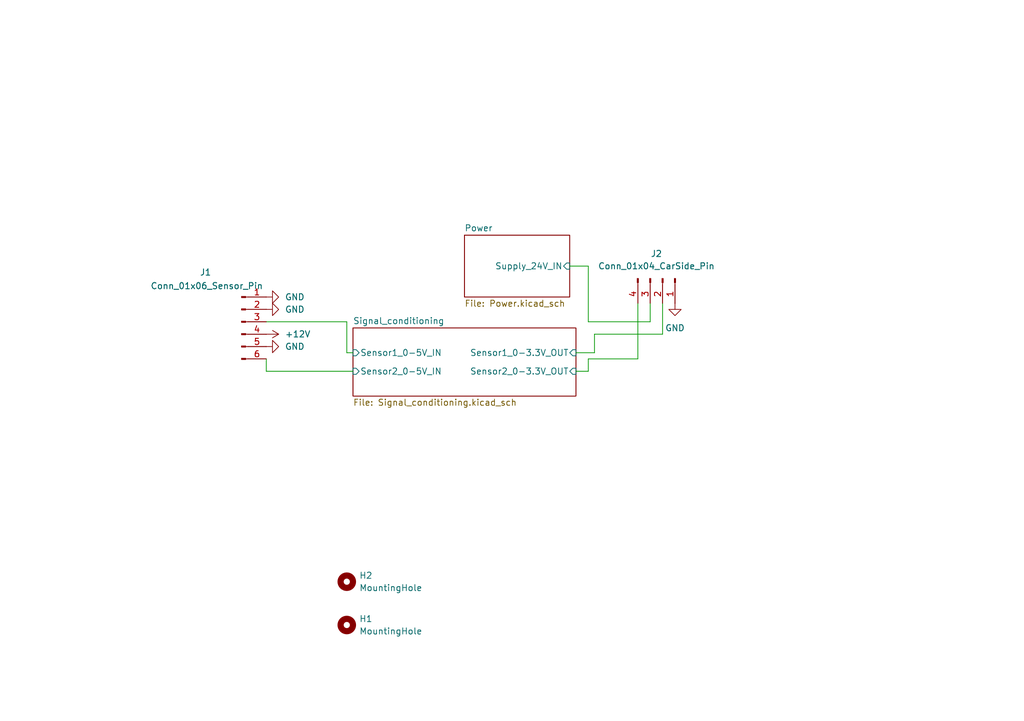
<source format=kicad_sch>
(kicad_sch
	(version 20250114)
	(generator "eeschema")
	(generator_version "9.0")
	(uuid "f1ca9c4e-2bdc-432a-b865-ec62cb741897")
	(paper "A5")
	(title_block
		(title "SlipSensor PCB")
	)
	(lib_symbols
		(symbol "Connector:Conn_01x04_Pin"
			(pin_names
				(offset 1.016)
				(hide yes)
			)
			(exclude_from_sim no)
			(in_bom yes)
			(on_board yes)
			(property "Reference" "J"
				(at 0 5.08 0)
				(effects
					(font
						(size 1.27 1.27)
					)
				)
			)
			(property "Value" "Conn_01x04_Pin"
				(at 0 -7.62 0)
				(effects
					(font
						(size 1.27 1.27)
					)
				)
			)
			(property "Footprint" ""
				(at 0 0 0)
				(effects
					(font
						(size 1.27 1.27)
					)
					(hide yes)
				)
			)
			(property "Datasheet" "~"
				(at 0 0 0)
				(effects
					(font
						(size 1.27 1.27)
					)
					(hide yes)
				)
			)
			(property "Description" "Generic connector, single row, 01x04, script generated"
				(at 0 0 0)
				(effects
					(font
						(size 1.27 1.27)
					)
					(hide yes)
				)
			)
			(property "ki_locked" ""
				(at 0 0 0)
				(effects
					(font
						(size 1.27 1.27)
					)
				)
			)
			(property "ki_keywords" "connector"
				(at 0 0 0)
				(effects
					(font
						(size 1.27 1.27)
					)
					(hide yes)
				)
			)
			(property "ki_fp_filters" "Connector*:*_1x??_*"
				(at 0 0 0)
				(effects
					(font
						(size 1.27 1.27)
					)
					(hide yes)
				)
			)
			(symbol "Conn_01x04_Pin_1_1"
				(rectangle
					(start 0.8636 2.667)
					(end 0 2.413)
					(stroke
						(width 0.1524)
						(type default)
					)
					(fill
						(type outline)
					)
				)
				(rectangle
					(start 0.8636 0.127)
					(end 0 -0.127)
					(stroke
						(width 0.1524)
						(type default)
					)
					(fill
						(type outline)
					)
				)
				(rectangle
					(start 0.8636 -2.413)
					(end 0 -2.667)
					(stroke
						(width 0.1524)
						(type default)
					)
					(fill
						(type outline)
					)
				)
				(rectangle
					(start 0.8636 -4.953)
					(end 0 -5.207)
					(stroke
						(width 0.1524)
						(type default)
					)
					(fill
						(type outline)
					)
				)
				(polyline
					(pts
						(xy 1.27 2.54) (xy 0.8636 2.54)
					)
					(stroke
						(width 0.1524)
						(type default)
					)
					(fill
						(type none)
					)
				)
				(polyline
					(pts
						(xy 1.27 0) (xy 0.8636 0)
					)
					(stroke
						(width 0.1524)
						(type default)
					)
					(fill
						(type none)
					)
				)
				(polyline
					(pts
						(xy 1.27 -2.54) (xy 0.8636 -2.54)
					)
					(stroke
						(width 0.1524)
						(type default)
					)
					(fill
						(type none)
					)
				)
				(polyline
					(pts
						(xy 1.27 -5.08) (xy 0.8636 -5.08)
					)
					(stroke
						(width 0.1524)
						(type default)
					)
					(fill
						(type none)
					)
				)
				(pin passive line
					(at 5.08 2.54 180)
					(length 3.81)
					(name "Pin_1"
						(effects
							(font
								(size 1.27 1.27)
							)
						)
					)
					(number "1"
						(effects
							(font
								(size 1.27 1.27)
							)
						)
					)
				)
				(pin passive line
					(at 5.08 0 180)
					(length 3.81)
					(name "Pin_2"
						(effects
							(font
								(size 1.27 1.27)
							)
						)
					)
					(number "2"
						(effects
							(font
								(size 1.27 1.27)
							)
						)
					)
				)
				(pin passive line
					(at 5.08 -2.54 180)
					(length 3.81)
					(name "Pin_3"
						(effects
							(font
								(size 1.27 1.27)
							)
						)
					)
					(number "3"
						(effects
							(font
								(size 1.27 1.27)
							)
						)
					)
				)
				(pin passive line
					(at 5.08 -5.08 180)
					(length 3.81)
					(name "Pin_4"
						(effects
							(font
								(size 1.27 1.27)
							)
						)
					)
					(number "4"
						(effects
							(font
								(size 1.27 1.27)
							)
						)
					)
				)
			)
			(embedded_fonts no)
		)
		(symbol "Connector:Conn_01x06_Pin"
			(pin_names
				(offset 1.016)
				(hide yes)
			)
			(exclude_from_sim no)
			(in_bom yes)
			(on_board yes)
			(property "Reference" "J"
				(at 0 7.62 0)
				(effects
					(font
						(size 1.27 1.27)
					)
				)
			)
			(property "Value" "Conn_01x06_Pin"
				(at 0 -10.16 0)
				(effects
					(font
						(size 1.27 1.27)
					)
				)
			)
			(property "Footprint" ""
				(at 0 0 0)
				(effects
					(font
						(size 1.27 1.27)
					)
					(hide yes)
				)
			)
			(property "Datasheet" "~"
				(at 0 0 0)
				(effects
					(font
						(size 1.27 1.27)
					)
					(hide yes)
				)
			)
			(property "Description" "Generic connector, single row, 01x06, script generated"
				(at 0 0 0)
				(effects
					(font
						(size 1.27 1.27)
					)
					(hide yes)
				)
			)
			(property "ki_locked" ""
				(at 0 0 0)
				(effects
					(font
						(size 1.27 1.27)
					)
				)
			)
			(property "ki_keywords" "connector"
				(at 0 0 0)
				(effects
					(font
						(size 1.27 1.27)
					)
					(hide yes)
				)
			)
			(property "ki_fp_filters" "Connector*:*_1x??_*"
				(at 0 0 0)
				(effects
					(font
						(size 1.27 1.27)
					)
					(hide yes)
				)
			)
			(symbol "Conn_01x06_Pin_1_1"
				(rectangle
					(start 0.8636 5.207)
					(end 0 4.953)
					(stroke
						(width 0.1524)
						(type default)
					)
					(fill
						(type outline)
					)
				)
				(rectangle
					(start 0.8636 2.667)
					(end 0 2.413)
					(stroke
						(width 0.1524)
						(type default)
					)
					(fill
						(type outline)
					)
				)
				(rectangle
					(start 0.8636 0.127)
					(end 0 -0.127)
					(stroke
						(width 0.1524)
						(type default)
					)
					(fill
						(type outline)
					)
				)
				(rectangle
					(start 0.8636 -2.413)
					(end 0 -2.667)
					(stroke
						(width 0.1524)
						(type default)
					)
					(fill
						(type outline)
					)
				)
				(rectangle
					(start 0.8636 -4.953)
					(end 0 -5.207)
					(stroke
						(width 0.1524)
						(type default)
					)
					(fill
						(type outline)
					)
				)
				(rectangle
					(start 0.8636 -7.493)
					(end 0 -7.747)
					(stroke
						(width 0.1524)
						(type default)
					)
					(fill
						(type outline)
					)
				)
				(polyline
					(pts
						(xy 1.27 5.08) (xy 0.8636 5.08)
					)
					(stroke
						(width 0.1524)
						(type default)
					)
					(fill
						(type none)
					)
				)
				(polyline
					(pts
						(xy 1.27 2.54) (xy 0.8636 2.54)
					)
					(stroke
						(width 0.1524)
						(type default)
					)
					(fill
						(type none)
					)
				)
				(polyline
					(pts
						(xy 1.27 0) (xy 0.8636 0)
					)
					(stroke
						(width 0.1524)
						(type default)
					)
					(fill
						(type none)
					)
				)
				(polyline
					(pts
						(xy 1.27 -2.54) (xy 0.8636 -2.54)
					)
					(stroke
						(width 0.1524)
						(type default)
					)
					(fill
						(type none)
					)
				)
				(polyline
					(pts
						(xy 1.27 -5.08) (xy 0.8636 -5.08)
					)
					(stroke
						(width 0.1524)
						(type default)
					)
					(fill
						(type none)
					)
				)
				(polyline
					(pts
						(xy 1.27 -7.62) (xy 0.8636 -7.62)
					)
					(stroke
						(width 0.1524)
						(type default)
					)
					(fill
						(type none)
					)
				)
				(pin passive line
					(at 5.08 5.08 180)
					(length 3.81)
					(name "Pin_1"
						(effects
							(font
								(size 1.27 1.27)
							)
						)
					)
					(number "1"
						(effects
							(font
								(size 1.27 1.27)
							)
						)
					)
				)
				(pin passive line
					(at 5.08 2.54 180)
					(length 3.81)
					(name "Pin_2"
						(effects
							(font
								(size 1.27 1.27)
							)
						)
					)
					(number "2"
						(effects
							(font
								(size 1.27 1.27)
							)
						)
					)
				)
				(pin passive line
					(at 5.08 0 180)
					(length 3.81)
					(name "Pin_3"
						(effects
							(font
								(size 1.27 1.27)
							)
						)
					)
					(number "3"
						(effects
							(font
								(size 1.27 1.27)
							)
						)
					)
				)
				(pin passive line
					(at 5.08 -2.54 180)
					(length 3.81)
					(name "Pin_4"
						(effects
							(font
								(size 1.27 1.27)
							)
						)
					)
					(number "4"
						(effects
							(font
								(size 1.27 1.27)
							)
						)
					)
				)
				(pin passive line
					(at 5.08 -5.08 180)
					(length 3.81)
					(name "Pin_5"
						(effects
							(font
								(size 1.27 1.27)
							)
						)
					)
					(number "5"
						(effects
							(font
								(size 1.27 1.27)
							)
						)
					)
				)
				(pin passive line
					(at 5.08 -7.62 180)
					(length 3.81)
					(name "Pin_6"
						(effects
							(font
								(size 1.27 1.27)
							)
						)
					)
					(number "6"
						(effects
							(font
								(size 1.27 1.27)
							)
						)
					)
				)
			)
			(embedded_fonts no)
		)
		(symbol "Mechanical:MountingHole"
			(pin_names
				(offset 1.016)
			)
			(exclude_from_sim no)
			(in_bom no)
			(on_board yes)
			(property "Reference" "H"
				(at 0 5.08 0)
				(effects
					(font
						(size 1.27 1.27)
					)
				)
			)
			(property "Value" "MountingHole"
				(at 0 3.175 0)
				(effects
					(font
						(size 1.27 1.27)
					)
				)
			)
			(property "Footprint" ""
				(at 0 0 0)
				(effects
					(font
						(size 1.27 1.27)
					)
					(hide yes)
				)
			)
			(property "Datasheet" "~"
				(at 0 0 0)
				(effects
					(font
						(size 1.27 1.27)
					)
					(hide yes)
				)
			)
			(property "Description" "Mounting Hole without connection"
				(at 0 0 0)
				(effects
					(font
						(size 1.27 1.27)
					)
					(hide yes)
				)
			)
			(property "ki_keywords" "mounting hole"
				(at 0 0 0)
				(effects
					(font
						(size 1.27 1.27)
					)
					(hide yes)
				)
			)
			(property "ki_fp_filters" "MountingHole*"
				(at 0 0 0)
				(effects
					(font
						(size 1.27 1.27)
					)
					(hide yes)
				)
			)
			(symbol "MountingHole_0_1"
				(circle
					(center 0 0)
					(radius 1.27)
					(stroke
						(width 1.27)
						(type default)
					)
					(fill
						(type none)
					)
				)
			)
			(embedded_fonts no)
		)
		(symbol "power:+12V"
			(power)
			(pin_numbers
				(hide yes)
			)
			(pin_names
				(offset 0)
				(hide yes)
			)
			(exclude_from_sim no)
			(in_bom yes)
			(on_board yes)
			(property "Reference" "#PWR"
				(at 0 -3.81 0)
				(effects
					(font
						(size 1.27 1.27)
					)
					(hide yes)
				)
			)
			(property "Value" "+12V"
				(at 0 3.556 0)
				(effects
					(font
						(size 1.27 1.27)
					)
				)
			)
			(property "Footprint" ""
				(at 0 0 0)
				(effects
					(font
						(size 1.27 1.27)
					)
					(hide yes)
				)
			)
			(property "Datasheet" ""
				(at 0 0 0)
				(effects
					(font
						(size 1.27 1.27)
					)
					(hide yes)
				)
			)
			(property "Description" "Power symbol creates a global label with name \"+12V\""
				(at 0 0 0)
				(effects
					(font
						(size 1.27 1.27)
					)
					(hide yes)
				)
			)
			(property "ki_keywords" "global power"
				(at 0 0 0)
				(effects
					(font
						(size 1.27 1.27)
					)
					(hide yes)
				)
			)
			(symbol "+12V_0_1"
				(polyline
					(pts
						(xy -0.762 1.27) (xy 0 2.54)
					)
					(stroke
						(width 0)
						(type default)
					)
					(fill
						(type none)
					)
				)
				(polyline
					(pts
						(xy 0 2.54) (xy 0.762 1.27)
					)
					(stroke
						(width 0)
						(type default)
					)
					(fill
						(type none)
					)
				)
				(polyline
					(pts
						(xy 0 0) (xy 0 2.54)
					)
					(stroke
						(width 0)
						(type default)
					)
					(fill
						(type none)
					)
				)
			)
			(symbol "+12V_1_1"
				(pin power_in line
					(at 0 0 90)
					(length 0)
					(name "~"
						(effects
							(font
								(size 1.27 1.27)
							)
						)
					)
					(number "1"
						(effects
							(font
								(size 1.27 1.27)
							)
						)
					)
				)
			)
			(embedded_fonts no)
		)
		(symbol "power:GND"
			(power)
			(pin_numbers
				(hide yes)
			)
			(pin_names
				(offset 0)
				(hide yes)
			)
			(exclude_from_sim no)
			(in_bom yes)
			(on_board yes)
			(property "Reference" "#PWR"
				(at 0 -6.35 0)
				(effects
					(font
						(size 1.27 1.27)
					)
					(hide yes)
				)
			)
			(property "Value" "GND"
				(at 0 -3.81 0)
				(effects
					(font
						(size 1.27 1.27)
					)
				)
			)
			(property "Footprint" ""
				(at 0 0 0)
				(effects
					(font
						(size 1.27 1.27)
					)
					(hide yes)
				)
			)
			(property "Datasheet" ""
				(at 0 0 0)
				(effects
					(font
						(size 1.27 1.27)
					)
					(hide yes)
				)
			)
			(property "Description" "Power symbol creates a global label with name \"GND\" , ground"
				(at 0 0 0)
				(effects
					(font
						(size 1.27 1.27)
					)
					(hide yes)
				)
			)
			(property "ki_keywords" "global power"
				(at 0 0 0)
				(effects
					(font
						(size 1.27 1.27)
					)
					(hide yes)
				)
			)
			(symbol "GND_0_1"
				(polyline
					(pts
						(xy 0 0) (xy 0 -1.27) (xy 1.27 -1.27) (xy 0 -2.54) (xy -1.27 -1.27) (xy 0 -1.27)
					)
					(stroke
						(width 0)
						(type default)
					)
					(fill
						(type none)
					)
				)
			)
			(symbol "GND_1_1"
				(pin power_in line
					(at 0 0 270)
					(length 0)
					(name "~"
						(effects
							(font
								(size 1.27 1.27)
							)
						)
					)
					(number "1"
						(effects
							(font
								(size 1.27 1.27)
							)
						)
					)
				)
			)
			(embedded_fonts no)
		)
	)
	(wire
		(pts
			(xy 120.65 76.2) (xy 118.11 76.2)
		)
		(stroke
			(width 0)
			(type default)
		)
		(uuid "14b631c1-c3a4-40ca-a969-223008ba33ae")
	)
	(wire
		(pts
			(xy 54.61 76.2) (xy 54.61 73.66)
		)
		(stroke
			(width 0)
			(type default)
		)
		(uuid "21a9dd41-9941-408c-8cd5-c9f0c931065b")
	)
	(wire
		(pts
			(xy 133.35 66.04) (xy 133.35 62.23)
		)
		(stroke
			(width 0)
			(type default)
		)
		(uuid "2487a31a-a250-4e85-b111-bfbd92b7c285")
	)
	(wire
		(pts
			(xy 121.92 68.58) (xy 135.89 68.58)
		)
		(stroke
			(width 0)
			(type default)
		)
		(uuid "2e95dfa4-1f72-461f-8f48-877cd0266e01")
	)
	(wire
		(pts
			(xy 120.65 66.04) (xy 133.35 66.04)
		)
		(stroke
			(width 0)
			(type default)
		)
		(uuid "3a99974c-97d8-4840-a850-57f2e8801161")
	)
	(wire
		(pts
			(xy 54.61 66.04) (xy 71.12 66.04)
		)
		(stroke
			(width 0)
			(type default)
		)
		(uuid "402e9b26-4579-45e6-9b30-22d50f1d3798")
	)
	(wire
		(pts
			(xy 54.61 76.2) (xy 72.39 76.2)
		)
		(stroke
			(width 0)
			(type default)
		)
		(uuid "4a2029ec-d1d8-40d0-85a3-b7475708e6ae")
	)
	(wire
		(pts
			(xy 120.65 73.66) (xy 130.81 73.66)
		)
		(stroke
			(width 0)
			(type default)
		)
		(uuid "60cf96f0-16d8-4cd0-91e1-8ac0a91723b8")
	)
	(wire
		(pts
			(xy 71.12 66.04) (xy 71.12 72.39)
		)
		(stroke
			(width 0)
			(type default)
		)
		(uuid "77385951-9b78-4121-86b3-b63b25669ec9")
	)
	(wire
		(pts
			(xy 135.89 68.58) (xy 135.89 62.23)
		)
		(stroke
			(width 0)
			(type default)
		)
		(uuid "7cd16afc-1a52-4058-bd6a-74c04ac36f38")
	)
	(wire
		(pts
			(xy 120.65 73.66) (xy 120.65 76.2)
		)
		(stroke
			(width 0)
			(type default)
		)
		(uuid "820a018e-2cc0-4598-91e1-964d6b29757d")
	)
	(wire
		(pts
			(xy 121.92 68.58) (xy 121.92 72.39)
		)
		(stroke
			(width 0)
			(type default)
		)
		(uuid "8cd3439f-1088-435b-adcd-0ea688692f69")
	)
	(wire
		(pts
			(xy 130.81 62.23) (xy 130.81 73.66)
		)
		(stroke
			(width 0)
			(type default)
		)
		(uuid "a3d449de-c20c-409d-a9cd-5ae599df61a3")
	)
	(wire
		(pts
			(xy 71.12 72.39) (xy 72.39 72.39)
		)
		(stroke
			(width 0)
			(type default)
		)
		(uuid "bfc0325a-4eeb-4c8e-9829-ab116ba984bf")
	)
	(wire
		(pts
			(xy 120.65 54.61) (xy 120.65 66.04)
		)
		(stroke
			(width 0)
			(type default)
		)
		(uuid "c426067b-3800-42da-92cc-f0127ca14067")
	)
	(wire
		(pts
			(xy 116.84 54.61) (xy 120.65 54.61)
		)
		(stroke
			(width 0)
			(type default)
		)
		(uuid "dd354788-7a1e-4fda-9450-64edf8de4a84")
	)
	(wire
		(pts
			(xy 121.92 72.39) (xy 118.11 72.39)
		)
		(stroke
			(width 0)
			(type default)
		)
		(uuid "e7cdfdfa-3ba0-496c-a965-b9bf4700a983")
	)
	(symbol
		(lib_id "power:GND")
		(at 138.43 62.23 0)
		(unit 1)
		(exclude_from_sim no)
		(in_bom yes)
		(on_board yes)
		(dnp no)
		(fields_autoplaced yes)
		(uuid "0948adc7-7149-4a34-a805-c09d2c856b52")
		(property "Reference" "#PWR05"
			(at 138.43 68.58 0)
			(effects
				(font
					(size 1.27 1.27)
				)
				(hide yes)
			)
		)
		(property "Value" "GND"
			(at 138.43 67.31 0)
			(effects
				(font
					(size 1.27 1.27)
				)
			)
		)
		(property "Footprint" ""
			(at 138.43 62.23 0)
			(effects
				(font
					(size 1.27 1.27)
				)
				(hide yes)
			)
		)
		(property "Datasheet" ""
			(at 138.43 62.23 0)
			(effects
				(font
					(size 1.27 1.27)
				)
				(hide yes)
			)
		)
		(property "Description" "Power symbol creates a global label with name \"GND\" , ground"
			(at 138.43 62.23 0)
			(effects
				(font
					(size 1.27 1.27)
				)
				(hide yes)
			)
		)
		(pin "1"
			(uuid "a6400bbc-7d87-4af2-bd9c-99dbaf04e816")
		)
		(instances
			(project ""
				(path "/f1ca9c4e-2bdc-432a-b865-ec62cb741897"
					(reference "#PWR05")
					(unit 1)
				)
			)
		)
	)
	(symbol
		(lib_id "Connector:Conn_01x04_Pin")
		(at 135.89 57.15 270)
		(unit 1)
		(exclude_from_sim no)
		(in_bom yes)
		(on_board yes)
		(dnp no)
		(fields_autoplaced yes)
		(uuid "0f2e9bc7-aa04-4b5d-9ebd-1ddc7bbd02a9")
		(property "Reference" "J2"
			(at 134.62 52.07 90)
			(effects
				(font
					(size 1.27 1.27)
				)
			)
		)
		(property "Value" "Conn_01x04_CarSide_Pin"
			(at 134.62 54.61 90)
			(effects
				(font
					(size 1.27 1.27)
				)
			)
		)
		(property "Footprint" "KTHFS:Wurth-MPC3_02x02_angle"
			(at 135.89 57.15 0)
			(effects
				(font
					(size 1.27 1.27)
				)
				(hide yes)
			)
		)
		(property "Datasheet" "~"
			(at 135.89 57.15 0)
			(effects
				(font
					(size 1.27 1.27)
				)
				(hide yes)
			)
		)
		(property "Description" "Generic connector, single row, 01x04, script generated"
			(at 135.89 57.15 0)
			(effects
				(font
					(size 1.27 1.27)
				)
				(hide yes)
			)
		)
		(pin "4"
			(uuid "080744f2-5b80-4b7f-b2c5-285bf84b484a")
		)
		(pin "1"
			(uuid "099e4136-8dc8-4d26-9c88-7b42c279ca12")
		)
		(pin "2"
			(uuid "bbccb799-c56f-416d-a4dd-5f077a6febec")
		)
		(pin "3"
			(uuid "c5b2577d-2f90-4516-8301-c58152bb07df")
		)
		(instances
			(project ""
				(path "/f1ca9c4e-2bdc-432a-b865-ec62cb741897"
					(reference "J2")
					(unit 1)
				)
			)
		)
	)
	(symbol
		(lib_id "Mechanical:MountingHole")
		(at 71.12 128.27 0)
		(unit 1)
		(exclude_from_sim no)
		(in_bom no)
		(on_board yes)
		(dnp no)
		(fields_autoplaced yes)
		(uuid "105ac263-15d0-4d24-991f-60ad9b5510ce")
		(property "Reference" "H1"
			(at 73.66 126.9999 0)
			(effects
				(font
					(size 1.27 1.27)
				)
				(justify left)
			)
		)
		(property "Value" "MountingHole"
			(at 73.66 129.5399 0)
			(effects
				(font
					(size 1.27 1.27)
				)
				(justify left)
			)
		)
		(property "Footprint" "MountingHole:MountingHole_3.2mm_M3"
			(at 71.12 128.27 0)
			(effects
				(font
					(size 1.27 1.27)
				)
				(hide yes)
			)
		)
		(property "Datasheet" "~"
			(at 71.12 128.27 0)
			(effects
				(font
					(size 1.27 1.27)
				)
				(hide yes)
			)
		)
		(property "Description" "Mounting Hole without connection"
			(at 71.12 128.27 0)
			(effects
				(font
					(size 1.27 1.27)
				)
				(hide yes)
			)
		)
		(instances
			(project ""
				(path "/f1ca9c4e-2bdc-432a-b865-ec62cb741897"
					(reference "H1")
					(unit 1)
				)
			)
		)
	)
	(symbol
		(lib_id "power:GND")
		(at 54.61 63.5 90)
		(unit 1)
		(exclude_from_sim no)
		(in_bom yes)
		(on_board yes)
		(dnp no)
		(fields_autoplaced yes)
		(uuid "1e8bc637-fc6b-4bbe-84b4-6ea41274cad3")
		(property "Reference" "#PWR02"
			(at 60.96 63.5 0)
			(effects
				(font
					(size 1.27 1.27)
				)
				(hide yes)
			)
		)
		(property "Value" "GND"
			(at 58.42 63.4999 90)
			(effects
				(font
					(size 1.27 1.27)
				)
				(justify right)
			)
		)
		(property "Footprint" ""
			(at 54.61 63.5 0)
			(effects
				(font
					(size 1.27 1.27)
				)
				(hide yes)
			)
		)
		(property "Datasheet" ""
			(at 54.61 63.5 0)
			(effects
				(font
					(size 1.27 1.27)
				)
				(hide yes)
			)
		)
		(property "Description" "Power symbol creates a global label with name \"GND\" , ground"
			(at 54.61 63.5 0)
			(effects
				(font
					(size 1.27 1.27)
				)
				(hide yes)
			)
		)
		(pin "1"
			(uuid "3baebde7-396a-415d-835d-630ee772f8f2")
		)
		(instances
			(project "SlipSensor_HW"
				(path "/f1ca9c4e-2bdc-432a-b865-ec62cb741897"
					(reference "#PWR02")
					(unit 1)
				)
			)
		)
	)
	(symbol
		(lib_id "power:GND")
		(at 54.61 71.12 90)
		(unit 1)
		(exclude_from_sim no)
		(in_bom yes)
		(on_board yes)
		(dnp no)
		(fields_autoplaced yes)
		(uuid "3b566ac8-4b42-420d-b516-96c95a85c81a")
		(property "Reference" "#PWR04"
			(at 60.96 71.12 0)
			(effects
				(font
					(size 1.27 1.27)
				)
				(hide yes)
			)
		)
		(property "Value" "GND"
			(at 58.42 71.1199 90)
			(effects
				(font
					(size 1.27 1.27)
				)
				(justify right)
			)
		)
		(property "Footprint" ""
			(at 54.61 71.12 0)
			(effects
				(font
					(size 1.27 1.27)
				)
				(hide yes)
			)
		)
		(property "Datasheet" ""
			(at 54.61 71.12 0)
			(effects
				(font
					(size 1.27 1.27)
				)
				(hide yes)
			)
		)
		(property "Description" "Power symbol creates a global label with name \"GND\" , ground"
			(at 54.61 71.12 0)
			(effects
				(font
					(size 1.27 1.27)
				)
				(hide yes)
			)
		)
		(pin "1"
			(uuid "3cacb7b4-e932-42d8-8a72-96a4950028b7")
		)
		(instances
			(project "SlipSensor_HW"
				(path "/f1ca9c4e-2bdc-432a-b865-ec62cb741897"
					(reference "#PWR04")
					(unit 1)
				)
			)
		)
	)
	(symbol
		(lib_id "power:+12V")
		(at 54.61 68.58 270)
		(unit 1)
		(exclude_from_sim no)
		(in_bom yes)
		(on_board yes)
		(dnp no)
		(fields_autoplaced yes)
		(uuid "4453c38f-18ac-4cd4-b7ac-cde273f2af45")
		(property "Reference" "#PWR03"
			(at 50.8 68.58 0)
			(effects
				(font
					(size 1.27 1.27)
				)
				(hide yes)
			)
		)
		(property "Value" "+12V"
			(at 58.42 68.5799 90)
			(effects
				(font
					(size 1.27 1.27)
				)
				(justify left)
			)
		)
		(property "Footprint" ""
			(at 54.61 68.58 0)
			(effects
				(font
					(size 1.27 1.27)
				)
				(hide yes)
			)
		)
		(property "Datasheet" ""
			(at 54.61 68.58 0)
			(effects
				(font
					(size 1.27 1.27)
				)
				(hide yes)
			)
		)
		(property "Description" "Power symbol creates a global label with name \"+12V\""
			(at 54.61 68.58 0)
			(effects
				(font
					(size 1.27 1.27)
				)
				(hide yes)
			)
		)
		(pin "1"
			(uuid "d51c0405-1922-40f3-8b4f-4144131e9c55")
		)
		(instances
			(project "SlipSensor_HW"
				(path "/f1ca9c4e-2bdc-432a-b865-ec62cb741897"
					(reference "#PWR03")
					(unit 1)
				)
			)
		)
	)
	(symbol
		(lib_id "Mechanical:MountingHole")
		(at 71.12 119.38 0)
		(unit 1)
		(exclude_from_sim no)
		(in_bom no)
		(on_board yes)
		(dnp no)
		(fields_autoplaced yes)
		(uuid "5bd6c8d6-5408-47c6-a7bc-b3b119823c3f")
		(property "Reference" "H2"
			(at 73.66 118.1099 0)
			(effects
				(font
					(size 1.27 1.27)
				)
				(justify left)
			)
		)
		(property "Value" "MountingHole"
			(at 73.66 120.6499 0)
			(effects
				(font
					(size 1.27 1.27)
				)
				(justify left)
			)
		)
		(property "Footprint" "MountingHole:MountingHole_3.2mm_M3"
			(at 71.12 119.38 0)
			(effects
				(font
					(size 1.27 1.27)
				)
				(hide yes)
			)
		)
		(property "Datasheet" "~"
			(at 71.12 119.38 0)
			(effects
				(font
					(size 1.27 1.27)
				)
				(hide yes)
			)
		)
		(property "Description" "Mounting Hole without connection"
			(at 71.12 119.38 0)
			(effects
				(font
					(size 1.27 1.27)
				)
				(hide yes)
			)
		)
		(instances
			(project ""
				(path "/f1ca9c4e-2bdc-432a-b865-ec62cb741897"
					(reference "H2")
					(unit 1)
				)
			)
		)
	)
	(symbol
		(lib_id "Connector:Conn_01x06_Pin")
		(at 49.53 66.04 0)
		(unit 1)
		(exclude_from_sim no)
		(in_bom yes)
		(on_board yes)
		(dnp no)
		(uuid "9376d95e-fc28-4ad7-871b-574f84b1fabc")
		(property "Reference" "J1"
			(at 42.164 55.88 0)
			(effects
				(font
					(size 1.27 1.27)
				)
			)
		)
		(property "Value" "Conn_01x06_Sensor_Pin"
			(at 42.418 58.674 0)
			(effects
				(font
					(size 1.27 1.27)
				)
			)
		)
		(property "Footprint" "KTHFS:Wurth-MPC3_02x03_angle"
			(at 49.53 66.04 0)
			(effects
				(font
					(size 1.27 1.27)
				)
				(hide yes)
			)
		)
		(property "Datasheet" "~"
			(at 49.53 66.04 0)
			(effects
				(font
					(size 1.27 1.27)
				)
				(hide yes)
			)
		)
		(property "Description" "Generic connector, single row, 01x06, script generated"
			(at 49.53 66.04 0)
			(effects
				(font
					(size 1.27 1.27)
				)
				(hide yes)
			)
		)
		(pin "6"
			(uuid "b3cfa118-cea6-4dfb-9dc2-2e58b97a3eb5")
		)
		(pin "5"
			(uuid "c296c184-c12e-419f-a4a1-584b4dd9a497")
		)
		(pin "3"
			(uuid "c4260e2f-09ea-4ba8-8e29-fa776a146c8a")
		)
		(pin "1"
			(uuid "06bf970d-6479-489e-8975-98db7103b943")
		)
		(pin "4"
			(uuid "f842b887-40c2-4624-a6a9-bffe188b3187")
		)
		(pin "2"
			(uuid "eed940fa-12f6-497a-8e49-9e6dd58954fa")
		)
		(instances
			(project ""
				(path "/f1ca9c4e-2bdc-432a-b865-ec62cb741897"
					(reference "J1")
					(unit 1)
				)
			)
		)
	)
	(symbol
		(lib_id "power:GND")
		(at 54.61 60.96 90)
		(unit 1)
		(exclude_from_sim no)
		(in_bom yes)
		(on_board yes)
		(dnp no)
		(fields_autoplaced yes)
		(uuid "a0267cd9-7c03-4a10-869c-a6c5d208153c")
		(property "Reference" "#PWR01"
			(at 60.96 60.96 0)
			(effects
				(font
					(size 1.27 1.27)
				)
				(hide yes)
			)
		)
		(property "Value" "GND"
			(at 58.42 60.9599 90)
			(effects
				(font
					(size 1.27 1.27)
				)
				(justify right)
			)
		)
		(property "Footprint" ""
			(at 54.61 60.96 0)
			(effects
				(font
					(size 1.27 1.27)
				)
				(hide yes)
			)
		)
		(property "Datasheet" ""
			(at 54.61 60.96 0)
			(effects
				(font
					(size 1.27 1.27)
				)
				(hide yes)
			)
		)
		(property "Description" "Power symbol creates a global label with name \"GND\" , ground"
			(at 54.61 60.96 0)
			(effects
				(font
					(size 1.27 1.27)
				)
				(hide yes)
			)
		)
		(pin "1"
			(uuid "9303a1bf-3da3-4258-8adf-0dc2434fbe79")
		)
		(instances
			(project "SlipSensor_HW"
				(path "/f1ca9c4e-2bdc-432a-b865-ec62cb741897"
					(reference "#PWR01")
					(unit 1)
				)
			)
		)
	)
	(sheet
		(at 72.39 67.31)
		(size 45.72 13.97)
		(exclude_from_sim no)
		(in_bom yes)
		(on_board yes)
		(dnp no)
		(fields_autoplaced yes)
		(stroke
			(width 0.1524)
			(type solid)
		)
		(fill
			(color 0 0 0 0.0000)
		)
		(uuid "23ff7bae-460e-4945-b6d3-2e02c0320acd")
		(property "Sheetname" "Signal_conditioning"
			(at 72.39 66.5984 0)
			(effects
				(font
					(size 1.27 1.27)
				)
				(justify left bottom)
			)
		)
		(property "Sheetfile" "Signal_conditioning.kicad_sch"
			(at 72.39 81.8646 0)
			(effects
				(font
					(size 1.27 1.27)
				)
				(justify left top)
			)
		)
		(pin "Sensor1_0-5V_IN" input
			(at 72.39 72.39 180)
			(uuid "0d2ae49c-f5cb-4a9a-9b5b-2b28d4ff2617")
			(effects
				(font
					(size 1.27 1.27)
				)
				(justify left)
			)
		)
		(pin "Sensor1_0-3.3V_OUT" input
			(at 118.11 72.39 0)
			(uuid "6ddd9af7-6fa4-443b-b945-b983dff59d7b")
			(effects
				(font
					(size 1.27 1.27)
				)
				(justify right)
			)
		)
		(pin "Sensor2_0-5V_IN" input
			(at 72.39 76.2 180)
			(uuid "9c525f87-baff-4e01-b8b2-ced03d36e4fd")
			(effects
				(font
					(size 1.27 1.27)
				)
				(justify left)
			)
		)
		(pin "Sensor2_0-3.3V_OUT" input
			(at 118.11 76.2 0)
			(uuid "eb77cf80-e1f3-4f91-9ff4-d66031fbc569")
			(effects
				(font
					(size 1.27 1.27)
				)
				(justify right)
			)
		)
		(instances
			(project "SlipSensor_HW"
				(path "/f1ca9c4e-2bdc-432a-b865-ec62cb741897"
					(page "3")
				)
			)
		)
	)
	(sheet
		(at 95.25 48.26)
		(size 21.59 12.7)
		(exclude_from_sim no)
		(in_bom yes)
		(on_board yes)
		(dnp no)
		(fields_autoplaced yes)
		(stroke
			(width 0.1524)
			(type solid)
		)
		(fill
			(color 0 0 0 0.0000)
		)
		(uuid "8b39459f-d9bb-423e-9b74-a67127c5b1a5")
		(property "Sheetname" "Power"
			(at 95.25 47.5484 0)
			(effects
				(font
					(size 1.27 1.27)
				)
				(justify left bottom)
			)
		)
		(property "Sheetfile" "Power.kicad_sch"
			(at 95.25 61.5446 0)
			(effects
				(font
					(size 1.27 1.27)
				)
				(justify left top)
			)
		)
		(pin "Supply_24V_IN" input
			(at 116.84 54.61 0)
			(uuid "fba91313-17c5-4c3c-8813-536ea74462a9")
			(effects
				(font
					(size 1.27 1.27)
				)
				(justify right)
			)
		)
		(instances
			(project "SlipSensor_HW"
				(path "/f1ca9c4e-2bdc-432a-b865-ec62cb741897"
					(page "2")
				)
			)
		)
	)
	(sheet_instances
		(path "/"
			(page "1")
		)
	)
	(embedded_fonts no)
)

</source>
